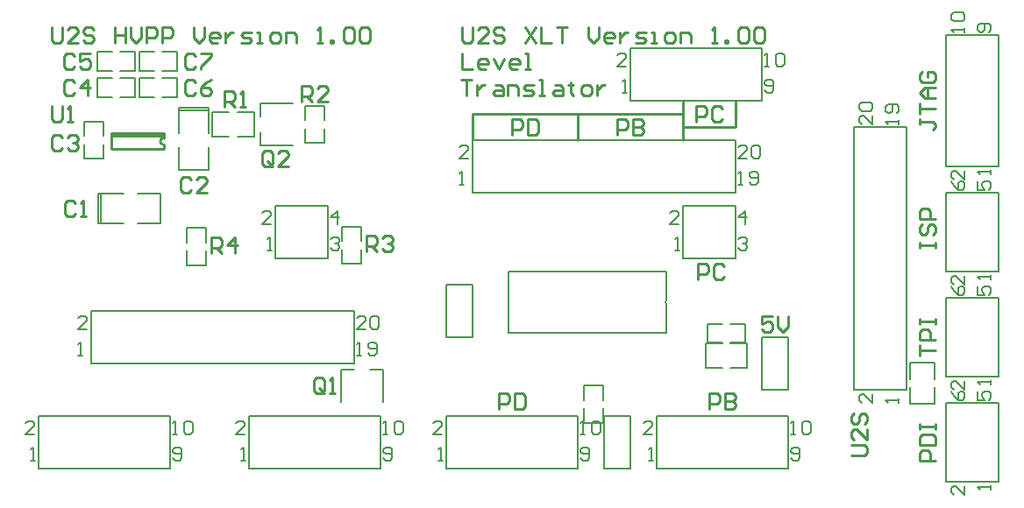
<source format=gto>
%FSLAX44Y44*%
%MOMM*%
G71*
G01*
G75*
%ADD10C,0.2540*%
%ADD11R,1.0000X1.1000*%
%ADD12R,1.3000X1.5000*%
%ADD13O,0.3500X2.2000*%
%ADD14R,1.1000X1.0000*%
%ADD15O,0.6350X2.0320*%
%ADD16R,0.6350X2.0320*%
%ADD17R,1.7000X1.8000*%
%ADD18R,1.8000X1.7000*%
%ADD19R,0.9000X0.9500*%
%ADD20R,0.9500X0.9000*%
%ADD21R,1.5000X1.3000*%
%ADD22R,0.3500X2.2000*%
%ADD23C,0.5080*%
%ADD24C,0.3810*%
%ADD25R,2.5400X4.6990*%
%ADD26R,1.5000X1.5000*%
%ADD27C,1.5000*%
%ADD28C,1.5000*%
%ADD29R,1.5240X1.5240*%
%ADD30C,1.0000*%
%ADD31C,1.0000*%
%ADD32R,0.5500X0.4860*%
%ADD33R,0.5500X0.3860*%
%ADD34R,1.2000X1.0000*%
%ADD35C,0.2000*%
%ADD36C,0.2032*%
D10*
X412750Y662305D02*
G03*
X412750Y655955I0J-3175D01*
G01*
X711200Y660400D02*
Y685800D01*
X812800D01*
Y660400D02*
Y685800D01*
X361950Y666750D02*
X412750D01*
X361950Y651510D02*
Y666750D01*
Y651510D02*
X412750D01*
Y655955D01*
Y662305D02*
Y666750D01*
X361950Y664210D02*
X412750D01*
X812800Y685800D02*
X914400D01*
Y660400D02*
Y698500D01*
X965200Y673100D02*
Y698500D01*
X914400Y673100D02*
X965200D01*
X443227Y741676D02*
X440687Y744215D01*
X435609D01*
X433070Y741676D01*
Y731519D01*
X435609Y728980D01*
X440687D01*
X443227Y731519D01*
X448305Y744215D02*
X458462D01*
Y741676D01*
X448305Y731519D01*
Y728980D01*
X443227Y716276D02*
X440687Y718815D01*
X435609D01*
X433070Y716276D01*
Y706119D01*
X435609Y703580D01*
X440687D01*
X443227Y706119D01*
X458462Y718815D02*
X453383Y716276D01*
X448305Y711198D01*
Y706119D01*
X450844Y703580D01*
X455923D01*
X458462Y706119D01*
Y708658D01*
X455923Y711198D01*
X448305D01*
X326387Y741676D02*
X323848Y744215D01*
X318769D01*
X316230Y741676D01*
Y731519D01*
X318769Y728980D01*
X323848D01*
X326387Y731519D01*
X341622Y744215D02*
X331465D01*
Y736598D01*
X336543Y739137D01*
X339083D01*
X341622Y736598D01*
Y731519D01*
X339083Y728980D01*
X334004D01*
X331465Y731519D01*
X326387Y716276D02*
X323848Y718815D01*
X318769D01*
X316230Y716276D01*
Y706119D01*
X318769Y703580D01*
X323848D01*
X326387Y706119D01*
X339083Y703580D02*
Y718815D01*
X331465Y711198D01*
X341622D01*
X518157Y637539D02*
Y647696D01*
X515617Y650235D01*
X510539D01*
X508000Y647696D01*
Y637539D01*
X510539Y635000D01*
X515617D01*
X513078Y640078D02*
X518157Y635000D01*
X515617D02*
X518157Y637539D01*
X533392Y635000D02*
X523235D01*
X533392Y645157D01*
Y647696D01*
X530853Y650235D01*
X525774D01*
X523235Y647696D01*
X608330Y552450D02*
Y567685D01*
X615947D01*
X618487Y565146D01*
Y560067D01*
X615947Y557528D01*
X608330D01*
X613408D02*
X618487Y552450D01*
X623565Y565146D02*
X626104Y567685D01*
X631183D01*
X633722Y565146D01*
Y562607D01*
X631183Y560067D01*
X628643D01*
X631183D01*
X633722Y557528D01*
Y554989D01*
X631183Y552450D01*
X626104D01*
X623565Y554989D01*
X546100Y697230D02*
Y712465D01*
X553717D01*
X556257Y709926D01*
Y704847D01*
X553717Y702308D01*
X546100D01*
X551178D02*
X556257Y697230D01*
X571492D02*
X561335D01*
X571492Y707387D01*
Y709926D01*
X568953Y712465D01*
X563874D01*
X561335Y709926D01*
X471170Y692150D02*
Y707385D01*
X478787D01*
X481327Y704846D01*
Y699768D01*
X478787Y697228D01*
X471170D01*
X476248D02*
X481327Y692150D01*
X486405D02*
X491483D01*
X488944D01*
Y707385D01*
X486405Y704846D01*
X314957Y662936D02*
X312418Y665475D01*
X307339D01*
X304800Y662936D01*
Y652779D01*
X307339Y650240D01*
X312418D01*
X314957Y652779D01*
X320035Y662936D02*
X322574Y665475D01*
X327653D01*
X330192Y662936D01*
Y660397D01*
X327653Y657858D01*
X325113D01*
X327653D01*
X330192Y655318D01*
Y652779D01*
X327653Y650240D01*
X322574D01*
X320035Y652779D01*
X439417Y622296D02*
X436878Y624835D01*
X431799D01*
X429260Y622296D01*
Y612139D01*
X431799Y609600D01*
X436878D01*
X439417Y612139D01*
X454652Y609600D02*
X444495D01*
X454652Y619757D01*
Y622296D01*
X452113Y624835D01*
X447034D01*
X444495Y622296D01*
X327657Y599436D02*
X325117Y601975D01*
X320039D01*
X317500Y599436D01*
Y589279D01*
X320039Y586740D01*
X325117D01*
X327657Y589279D01*
X332735Y586740D02*
X337813D01*
X335274D01*
Y601975D01*
X332735Y599436D01*
X304800Y693415D02*
Y680719D01*
X307339Y678180D01*
X312418D01*
X314957Y680719D01*
Y693415D01*
X320035Y678180D02*
X325113D01*
X322574D01*
Y693415D01*
X320035Y690876D01*
X458470Y551180D02*
Y566415D01*
X466087D01*
X468627Y563876D01*
Y558797D01*
X466087Y556258D01*
X458470D01*
X463548D02*
X468627Y551180D01*
X481323D02*
Y566415D01*
X473705Y558797D01*
X483862D01*
X567687Y417829D02*
Y427986D01*
X565148Y430525D01*
X560069D01*
X557530Y427986D01*
Y417829D01*
X560069Y415290D01*
X565148D01*
X562608Y420368D02*
X567687Y415290D01*
X565148D02*
X567687Y417829D01*
X572765Y415290D02*
X577843D01*
X575304D01*
Y430525D01*
X572765Y427986D01*
X1143005Y556260D02*
Y561338D01*
Y558799D01*
X1158240D01*
Y556260D01*
Y561338D01*
X1145544Y579113D02*
X1143005Y576573D01*
Y571495D01*
X1145544Y568956D01*
X1148083D01*
X1150622Y571495D01*
Y576573D01*
X1153162Y579113D01*
X1155701D01*
X1158240Y576573D01*
Y571495D01*
X1155701Y568956D01*
X1158240Y584191D02*
X1143005D01*
Y591809D01*
X1145544Y594348D01*
X1150622D01*
X1153162Y591809D01*
Y584191D01*
X1158240Y350520D02*
X1143005D01*
Y358138D01*
X1145544Y360677D01*
X1150622D01*
X1153162Y358138D01*
Y350520D01*
X1143005Y365755D02*
X1158240D01*
Y373373D01*
X1155701Y375912D01*
X1145544D01*
X1143005Y373373D01*
Y365755D01*
Y380990D02*
Y386068D01*
Y383529D01*
X1158240D01*
Y380990D01*
Y386068D01*
X1143005Y452120D02*
Y462277D01*
Y457198D01*
X1158240D01*
Y467355D02*
X1143005D01*
Y474973D01*
X1145544Y477512D01*
X1150622D01*
X1153162Y474973D01*
Y467355D01*
X1143005Y482590D02*
Y487668D01*
Y485129D01*
X1158240D01*
Y482590D01*
Y487668D01*
X1143005Y680717D02*
Y675638D01*
Y678177D01*
X1155701D01*
X1158240Y675638D01*
Y673099D01*
X1155701Y670560D01*
X1143005Y685795D02*
Y695952D01*
Y690873D01*
X1158240D01*
Y701030D02*
X1148083D01*
X1143005Y706108D01*
X1148083Y711187D01*
X1158240D01*
X1150622D01*
Y701030D01*
X1145544Y726422D02*
X1143005Y723883D01*
Y718804D01*
X1145544Y716265D01*
X1155701D01*
X1158240Y718804D01*
Y723883D01*
X1155701Y726422D01*
X1150622D01*
Y721344D01*
X1000757Y490215D02*
X990600D01*
Y482598D01*
X995678Y485137D01*
X998217D01*
X1000757Y482598D01*
Y477519D01*
X998217Y474980D01*
X993139D01*
X990600Y477519D01*
X1005835Y490215D02*
Y480058D01*
X1010913Y474980D01*
X1015992Y480058D01*
Y490215D01*
X304800Y769615D02*
Y756919D01*
X307339Y754380D01*
X312418D01*
X314957Y756919D01*
Y769615D01*
X330192Y754380D02*
X320035D01*
X330192Y764537D01*
Y767076D01*
X327653Y769615D01*
X322574D01*
X320035Y767076D01*
X345427D02*
X342888Y769615D01*
X337809D01*
X335270Y767076D01*
Y764537D01*
X337809Y761998D01*
X342888D01*
X345427Y759458D01*
Y756919D01*
X342888Y754380D01*
X337809D01*
X335270Y756919D01*
X365740Y769615D02*
Y754380D01*
Y761998D01*
X375897D01*
Y769615D01*
Y754380D01*
X380975Y769615D02*
Y759458D01*
X386054Y754380D01*
X391132Y759458D01*
Y769615D01*
X396210Y754380D02*
Y769615D01*
X403828D01*
X406367Y767076D01*
Y761998D01*
X403828Y759458D01*
X396210D01*
X411446Y754380D02*
Y769615D01*
X419063D01*
X421602Y767076D01*
Y761998D01*
X419063Y759458D01*
X411446D01*
X441916Y769615D02*
Y759458D01*
X446994Y754380D01*
X452072Y759458D01*
Y769615D01*
X464768Y754380D02*
X459690D01*
X457151Y756919D01*
Y761998D01*
X459690Y764537D01*
X464768D01*
X467307Y761998D01*
Y759458D01*
X457151D01*
X472386Y764537D02*
Y754380D01*
Y759458D01*
X474925Y761998D01*
X477464Y764537D01*
X480003D01*
X487621Y754380D02*
X495238D01*
X497778Y756919D01*
X495238Y759458D01*
X490160D01*
X487621Y761998D01*
X490160Y764537D01*
X497778D01*
X502856Y754380D02*
X507934D01*
X505395D01*
Y764537D01*
X502856D01*
X518091Y754380D02*
X523169D01*
X525709Y756919D01*
Y761998D01*
X523169Y764537D01*
X518091D01*
X515552Y761998D01*
Y756919D01*
X518091Y754380D01*
X530787D02*
Y764537D01*
X538404D01*
X540944Y761998D01*
Y754380D01*
X561257D02*
X566335D01*
X563796D01*
Y769615D01*
X561257Y767076D01*
X573953Y754380D02*
Y756919D01*
X576492D01*
Y754380D01*
X573953D01*
X586649Y767076D02*
X589188Y769615D01*
X594266D01*
X596805Y767076D01*
Y756919D01*
X594266Y754380D01*
X589188D01*
X586649Y756919D01*
Y767076D01*
X601884D02*
X604423Y769615D01*
X609501D01*
X612041Y767076D01*
Y756919D01*
X609501Y754380D01*
X604423D01*
X601884Y756919D01*
Y767076D01*
X701040Y769615D02*
Y756919D01*
X703579Y754380D01*
X708658D01*
X711197Y756919D01*
Y769615D01*
X726432Y754380D02*
X716275D01*
X726432Y764537D01*
Y767076D01*
X723893Y769615D01*
X718814D01*
X716275Y767076D01*
X741667D02*
X739128Y769615D01*
X734049D01*
X731510Y767076D01*
Y764537D01*
X734049Y761998D01*
X739128D01*
X741667Y759458D01*
Y756919D01*
X739128Y754380D01*
X734049D01*
X731510Y756919D01*
X761980Y769615D02*
X772137Y754380D01*
Y769615D02*
X761980Y754380D01*
X777215Y769615D02*
Y754380D01*
X787372D01*
X792450Y769615D02*
X802607D01*
X797529D01*
Y754380D01*
X822921Y769615D02*
Y759458D01*
X827999Y754380D01*
X833077Y759458D01*
Y769615D01*
X845773Y754380D02*
X840695D01*
X838156Y756919D01*
Y761998D01*
X840695Y764537D01*
X845773D01*
X848312Y761998D01*
Y759458D01*
X838156D01*
X853391Y764537D02*
Y754380D01*
Y759458D01*
X855930Y761998D01*
X858469Y764537D01*
X861008D01*
X868626Y754380D02*
X876243D01*
X878783Y756919D01*
X876243Y759458D01*
X871165D01*
X868626Y761998D01*
X871165Y764537D01*
X878783D01*
X883861Y754380D02*
X888939D01*
X886400D01*
Y764537D01*
X883861D01*
X899096Y754380D02*
X904174D01*
X906713Y756919D01*
Y761998D01*
X904174Y764537D01*
X899096D01*
X896557Y761998D01*
Y756919D01*
X899096Y754380D01*
X911792D02*
Y764537D01*
X919409D01*
X921948Y761998D01*
Y754380D01*
X942262D02*
X947340D01*
X944801D01*
Y769615D01*
X942262Y767076D01*
X954958Y754380D02*
Y756919D01*
X957497D01*
Y754380D01*
X954958D01*
X967654Y767076D02*
X970193Y769615D01*
X975271D01*
X977811Y767076D01*
Y756919D01*
X975271Y754380D01*
X970193D01*
X967654Y756919D01*
Y767076D01*
X982889D02*
X985428Y769615D01*
X990506D01*
X993046Y767076D01*
Y756919D01*
X990506Y754380D01*
X985428D01*
X982889Y756919D01*
Y767076D01*
X1076965Y355600D02*
X1089661D01*
X1092200Y358139D01*
Y363218D01*
X1089661Y365757D01*
X1076965D01*
X1092200Y380992D02*
Y370835D01*
X1082043Y380992D01*
X1079504D01*
X1076965Y378453D01*
Y373374D01*
X1079504Y370835D01*
Y396227D02*
X1076965Y393688D01*
Y388609D01*
X1079504Y386070D01*
X1082043D01*
X1084583Y388609D01*
Y393688D01*
X1087122Y396227D01*
X1089661D01*
X1092200Y393688D01*
Y388609D01*
X1089661Y386070D01*
X749300Y665480D02*
Y680715D01*
X756917D01*
X759457Y678176D01*
Y673098D01*
X756917Y670558D01*
X749300D01*
X764535Y680715D02*
Y665480D01*
X772153D01*
X774692Y668019D01*
Y678176D01*
X772153Y680715D01*
X764535D01*
X850900Y665480D02*
Y680715D01*
X858518D01*
X861057Y678176D01*
Y673098D01*
X858518Y670558D01*
X850900D01*
X866135Y680715D02*
Y665480D01*
X873753D01*
X876292Y668019D01*
Y670558D01*
X873753Y673098D01*
X866135D01*
X873753D01*
X876292Y675637D01*
Y678176D01*
X873753Y680715D01*
X866135D01*
X736600Y400050D02*
Y415285D01*
X744218D01*
X746757Y412746D01*
Y407668D01*
X744218Y405128D01*
X736600D01*
X751835Y415285D02*
Y400050D01*
X759453D01*
X761992Y402589D01*
Y412746D01*
X759453Y415285D01*
X751835D01*
X939800Y400050D02*
Y415285D01*
X947418D01*
X949957Y412746D01*
Y407668D01*
X947418Y405128D01*
X939800D01*
X955035Y415285D02*
Y400050D01*
X962653D01*
X965192Y402589D01*
Y405128D01*
X962653Y407668D01*
X955035D01*
X962653D01*
X965192Y410207D01*
Y412746D01*
X962653Y415285D01*
X955035D01*
X927100Y678180D02*
Y693415D01*
X934717D01*
X937257Y690876D01*
Y685798D01*
X934717Y683258D01*
X927100D01*
X952492Y690876D02*
X949953Y693415D01*
X944874D01*
X942335Y690876D01*
Y680719D01*
X944874Y678180D01*
X949953D01*
X952492Y680719D01*
X928370Y525780D02*
Y541015D01*
X935987D01*
X938527Y538476D01*
Y533397D01*
X935987Y530858D01*
X928370D01*
X953762Y538476D02*
X951223Y541015D01*
X946144D01*
X943605Y538476D01*
Y528319D01*
X946144Y525780D01*
X951223D01*
X953762Y528319D01*
X701040Y744215D02*
Y728980D01*
X711197D01*
X723893D02*
X718814D01*
X716275Y731519D01*
Y736598D01*
X718814Y739137D01*
X723893D01*
X726432Y736598D01*
Y734058D01*
X716275D01*
X731510Y739137D02*
X736589Y728980D01*
X741667Y739137D01*
X754363Y728980D02*
X749284D01*
X746745Y731519D01*
Y736598D01*
X749284Y739137D01*
X754363D01*
X756902Y736598D01*
Y734058D01*
X746745D01*
X761980Y728980D02*
X767059D01*
X764520D01*
Y744215D01*
X761980D01*
X699770Y718815D02*
X709927D01*
X704848D01*
Y703580D01*
X715005Y713737D02*
Y703580D01*
Y708658D01*
X717544Y711198D01*
X720083Y713737D01*
X722623D01*
X732779D02*
X737858D01*
X740397Y711198D01*
Y703580D01*
X732779D01*
X730240Y706119D01*
X732779Y708658D01*
X740397D01*
X745475Y703580D02*
Y713737D01*
X753093D01*
X755632Y711198D01*
Y703580D01*
X760710D02*
X768328D01*
X770867Y706119D01*
X768328Y708658D01*
X763250D01*
X760710Y711198D01*
X763250Y713737D01*
X770867D01*
X775945Y703580D02*
X781024D01*
X778484D01*
Y718815D01*
X775945D01*
X791180Y713737D02*
X796259D01*
X798798Y711198D01*
Y703580D01*
X791180D01*
X788641Y706119D01*
X791180Y708658D01*
X798798D01*
X806415Y716276D02*
Y713737D01*
X803876D01*
X808955D01*
X806415D01*
Y706119D01*
X808955Y703580D01*
X819111D02*
X824190D01*
X826729Y706119D01*
Y711198D01*
X824190Y713737D01*
X819111D01*
X816572Y711198D01*
Y706119D01*
X819111Y703580D01*
X831807Y713737D02*
Y703580D01*
Y708658D01*
X834346Y711198D01*
X836886Y713737D01*
X839425D01*
D35*
X898525Y505037D02*
G03*
X898525Y501862I0J-1587D01*
G01*
X837040Y409130D02*
Y423130D01*
X819040Y409130D02*
Y423130D01*
Y387130D02*
Y401130D01*
X837040Y387130D02*
Y401130D01*
X819040Y423130D02*
X837040D01*
X819040Y387130D02*
X837040D01*
X976310Y440620D02*
Y463620D01*
X936310Y440620D02*
Y463620D01*
X960310D02*
X976310D01*
X960310Y440620D02*
X976310D01*
X936310D02*
X952310D01*
X936310Y463620D02*
X952310D01*
X965200Y609600D02*
Y660400D01*
X711200Y609600D02*
X730250D01*
X711200D02*
Y660400D01*
X730250D01*
X965200D01*
X730250Y609600D02*
X965200D01*
X898525Y505037D02*
Y533100D01*
Y473800D02*
Y501862D01*
X746125Y473800D02*
X898525D01*
X746125D02*
Y533100D01*
X898525D01*
X914400Y596900D02*
X965200D01*
X914400Y546100D02*
Y596900D01*
X965200Y546100D02*
Y596900D01*
X914400Y546100D02*
X965200D01*
X889000Y342900D02*
X1016000D01*
X889000Y393700D02*
X1016000D01*
X889000Y342900D02*
Y393700D01*
X1016000Y342900D02*
Y393700D01*
X685800Y342900D02*
X812800D01*
X685800Y393700D02*
X812800D01*
X685800Y342900D02*
Y393700D01*
X812800Y342900D02*
Y393700D01*
X425670Y727600D02*
Y745600D01*
X389670Y727600D02*
Y745600D01*
X411670D02*
X425670D01*
X411670Y727600D02*
X425670D01*
X389670D02*
X403670D01*
X389670Y745600D02*
X403670D01*
X389670Y702200D02*
Y720200D01*
X425670Y702200D02*
Y720200D01*
X389670Y702200D02*
X403670D01*
X389670Y720200D02*
X403670D01*
X411670D02*
X425670D01*
X411670Y702200D02*
X425670D01*
X385030Y727600D02*
Y745600D01*
X349030Y727600D02*
Y745600D01*
X371030D02*
X385030D01*
X371030Y727600D02*
X385030D01*
X349030D02*
X363030D01*
X349030Y745600D02*
X363030D01*
X385030Y702200D02*
Y720200D01*
X349030Y702200D02*
Y720200D01*
X371030D02*
X385030D01*
X371030Y702200D02*
X385030D01*
X349030D02*
X363030D01*
X349030Y720200D02*
X363030D01*
X500060Y664140D02*
Y687140D01*
X460060Y664140D02*
Y687140D01*
X484060D02*
X500060D01*
X484060Y664140D02*
X500060D01*
X460060D02*
X476060D01*
X460060Y687140D02*
X476060D01*
X549800Y657640D02*
Y671640D01*
X567800Y657640D02*
Y671640D01*
Y679640D02*
Y693640D01*
X549800Y679640D02*
Y693640D01*
Y657640D02*
X567800D01*
X549800Y693640D02*
X567800D01*
X603360Y562800D02*
Y576800D01*
X585360Y562800D02*
Y576800D01*
Y540800D02*
Y554800D01*
X603360Y540800D02*
Y554800D01*
X585360Y576800D02*
X603360D01*
X585360Y540800D02*
X603360D01*
X435500Y539530D02*
Y553530D01*
X453500Y539530D02*
Y553530D01*
Y561530D02*
Y575530D01*
X435500Y561530D02*
Y575530D01*
Y539530D02*
X453500D01*
X435500Y575530D02*
X453500D01*
X388000Y608360D02*
X410000Y608360D01*
X388000Y580360D02*
X410000Y580360D01*
Y608360D01*
X350000D02*
X374000Y608360D01*
X350000Y580360D02*
X374000Y580360D01*
X350000Y580360D02*
Y608360D01*
X352000Y580360D02*
Y608360D01*
X455960Y631400D02*
X455960Y653400D01*
X427960Y631400D02*
X427960Y653400D01*
X427960Y631400D02*
X455960D01*
Y691400D02*
X455960Y667400D01*
X427960Y691400D02*
X427960Y667400D01*
X427960Y691400D02*
X455960D01*
X427960Y689400D02*
X455960D01*
X336440Y642400D02*
Y656400D01*
X354440Y642400D02*
Y656400D01*
Y664400D02*
Y678400D01*
X336440Y664400D02*
Y678400D01*
Y642400D02*
X354440D01*
X336440Y678400D02*
X354440D01*
X612520Y438910D02*
X624520D01*
Y406910D02*
Y438910D01*
X584520D02*
X596520D01*
X584520Y406910D02*
Y438910D01*
X505970Y683640D02*
Y695640D01*
X537970D01*
X505970Y655640D02*
Y667640D01*
Y655640D02*
X537970D01*
X419100Y342900D02*
Y393700D01*
X292100Y342900D02*
Y393700D01*
X419100D01*
X292100Y342900D02*
X419100D01*
X622300D02*
Y393700D01*
X495300Y342900D02*
Y393700D01*
X622300D01*
X495300Y342900D02*
X622300D01*
X361950Y444500D02*
X596900D01*
X361950Y495300D02*
X596900D01*
X342900D02*
X361950D01*
X342900Y444500D02*
Y495300D01*
Y444500D02*
X361950D01*
X596900D02*
Y495300D01*
X520700Y546100D02*
X571500D01*
Y596900D01*
X520700Y546100D02*
Y596900D01*
X571500D01*
X938310Y464710D02*
Y482710D01*
X974310Y464710D02*
Y482710D01*
X938310Y464710D02*
X952310D01*
X938310Y482710D02*
X952310D01*
X960310D02*
X974310D01*
X960310Y464710D02*
X974310D01*
X711200Y469900D02*
Y520700D01*
X685800D02*
X711200D01*
X685800Y469900D02*
Y520700D01*
Y469900D02*
X711200D01*
X1168400Y508000D02*
X1219200D01*
X1168400Y431800D02*
X1219200D01*
X1168400D02*
Y508000D01*
X1219200Y431800D02*
Y508000D01*
Y459317D02*
Y508000D01*
X1168400Y406400D02*
X1219200D01*
X1168400Y330200D02*
X1219200D01*
X1168400D02*
Y406400D01*
X1219200Y330200D02*
Y406400D01*
Y357717D02*
Y406400D01*
X1168400Y609600D02*
X1219200D01*
X1168400Y533400D02*
X1219200D01*
X1168400D02*
Y609600D01*
X1219200Y533400D02*
Y609600D01*
Y560917D02*
Y609600D01*
X1130300Y438150D02*
Y673100D01*
X1079500Y438150D02*
Y673100D01*
Y419100D02*
Y438150D01*
Y419100D02*
X1130300D01*
Y438150D01*
X1079500Y673100D02*
X1130300D01*
X1134040Y405450D02*
Y421450D01*
X1157040Y405450D02*
Y421450D01*
Y429450D02*
Y445450D01*
X1134040Y429450D02*
Y445450D01*
Y405450D02*
X1157040D01*
X1134040Y445450D02*
X1157040D01*
X1168400Y762000D02*
X1219200D01*
X1168400Y635000D02*
X1219200D01*
X1168400D02*
Y762000D01*
X1219200Y635000D02*
Y762000D01*
X990600Y419100D02*
Y469900D01*
Y419100D02*
X1016000D01*
Y469900D01*
X990600D02*
X1016000D01*
X990600Y698500D02*
Y749300D01*
X863600Y698500D02*
Y749300D01*
X990600D01*
X863600Y698500D02*
X990600D01*
X838200Y342900D02*
Y393700D01*
Y342900D02*
X863600D01*
Y393700D01*
X838200D02*
X863600D01*
D36*
X976204Y642620D02*
X967740D01*
X976204Y651084D01*
Y653200D01*
X974088Y655316D01*
X969856D01*
X967740Y653200D01*
X980436D02*
X982552Y655316D01*
X986784D01*
X988900Y653200D01*
Y644736D01*
X986784Y642620D01*
X982552D01*
X980436Y644736D01*
Y653200D01*
X967740Y617220D02*
X971972D01*
X969856D01*
Y629916D01*
X967740Y627800D01*
X978320Y619336D02*
X980436Y617220D01*
X984668D01*
X986784Y619336D01*
Y627800D01*
X984668Y629916D01*
X980436D01*
X978320Y627800D01*
Y625684D01*
X980436Y623568D01*
X986784D01*
X698500Y617220D02*
X702732D01*
X700616D01*
Y629916D01*
X698500Y627800D01*
X706964Y642620D02*
X698500D01*
X706964Y651084D01*
Y653200D01*
X704848Y655316D01*
X700616D01*
X698500Y653200D01*
X906780Y553720D02*
X911012D01*
X908896D01*
Y566416D01*
X906780Y564300D01*
X910164Y579120D02*
X901700D01*
X910164Y587584D01*
Y589700D01*
X908048Y591816D01*
X903816D01*
X901700Y589700D01*
X974088Y579120D02*
Y591816D01*
X967740Y585468D01*
X976204D01*
X967740Y564300D02*
X969856Y566416D01*
X974088D01*
X976204Y564300D01*
Y562184D01*
X974088Y560068D01*
X971972D01*
X974088D01*
X976204Y557952D01*
Y555836D01*
X974088Y553720D01*
X969856D01*
X967740Y555836D01*
X1018540Y375920D02*
X1022772D01*
X1020656D01*
Y388616D01*
X1018540Y386500D01*
X1029120D02*
X1031236Y388616D01*
X1035468D01*
X1037584Y386500D01*
Y378036D01*
X1035468Y375920D01*
X1031236D01*
X1029120Y378036D01*
Y386500D01*
X1018540Y352636D02*
X1020656Y350520D01*
X1024888D01*
X1027004Y352636D01*
Y361100D01*
X1024888Y363216D01*
X1020656D01*
X1018540Y361100D01*
Y358984D01*
X1020656Y356868D01*
X1027004D01*
X881380Y350520D02*
X885612D01*
X883496D01*
Y363216D01*
X881380Y361100D01*
X884764Y375920D02*
X876300D01*
X884764Y384384D01*
Y386500D01*
X882648Y388616D01*
X878416D01*
X876300Y386500D01*
X815340Y375920D02*
X819572D01*
X817456D01*
Y388616D01*
X815340Y386500D01*
X825920D02*
X828036Y388616D01*
X832268D01*
X834384Y386500D01*
Y378036D01*
X832268Y375920D01*
X828036D01*
X825920Y378036D01*
Y386500D01*
X815340Y352636D02*
X817456Y350520D01*
X821688D01*
X823804Y352636D01*
Y361100D01*
X821688Y363216D01*
X817456D01*
X815340Y361100D01*
Y358984D01*
X817456Y356868D01*
X823804D01*
X678180Y350520D02*
X682412D01*
X680296D01*
Y363216D01*
X678180Y361100D01*
X681564Y375920D02*
X673100D01*
X681564Y384384D01*
Y386500D01*
X679448Y388616D01*
X675216D01*
X673100Y386500D01*
X287864Y375920D02*
X279400D01*
X287864Y384384D01*
Y386500D01*
X285748Y388616D01*
X281516D01*
X279400Y386500D01*
X284480Y350520D02*
X288712D01*
X286596D01*
Y363216D01*
X284480Y361100D01*
X421640Y352636D02*
X423756Y350520D01*
X427988D01*
X430104Y352636D01*
Y361100D01*
X427988Y363216D01*
X423756D01*
X421640Y361100D01*
Y358984D01*
X423756Y356868D01*
X430104D01*
X421640Y375920D02*
X425872D01*
X423756D01*
Y388616D01*
X421640Y386500D01*
X432220D02*
X434336Y388616D01*
X438568D01*
X440684Y386500D01*
Y378036D01*
X438568Y375920D01*
X434336D01*
X432220Y378036D01*
Y386500D01*
X491064Y375920D02*
X482600D01*
X491064Y384384D01*
Y386500D01*
X488948Y388616D01*
X484716D01*
X482600Y386500D01*
X487680Y350520D02*
X491912D01*
X489796D01*
Y363216D01*
X487680Y361100D01*
X624840Y352636D02*
X626956Y350520D01*
X631188D01*
X633304Y352636D01*
Y361100D01*
X631188Y363216D01*
X626956D01*
X624840Y361100D01*
Y358984D01*
X626956Y356868D01*
X633304D01*
X624840Y375920D02*
X629072D01*
X626956D01*
Y388616D01*
X624840Y386500D01*
X635420D02*
X637536Y388616D01*
X641768D01*
X643884Y386500D01*
Y378036D01*
X641768Y375920D01*
X637536D01*
X635420Y378036D01*
Y386500D01*
X338664Y477520D02*
X330200D01*
X338664Y485984D01*
Y488100D01*
X336548Y490216D01*
X332316D01*
X330200Y488100D01*
Y452120D02*
X334432D01*
X332316D01*
Y464816D01*
X330200Y462700D01*
X599440Y452120D02*
X603672D01*
X601556D01*
Y464816D01*
X599440Y462700D01*
X610020Y454236D02*
X612136Y452120D01*
X616368D01*
X618484Y454236D01*
Y462700D01*
X616368Y464816D01*
X612136D01*
X610020Y462700D01*
Y460584D01*
X612136Y458468D01*
X618484D01*
X607904Y477520D02*
X599440D01*
X607904Y485984D01*
Y488100D01*
X605788Y490216D01*
X601556D01*
X599440Y488100D01*
X612136D02*
X614252Y490216D01*
X618484D01*
X620600Y488100D01*
Y479636D01*
X618484Y477520D01*
X614252D01*
X612136Y479636D01*
Y488100D01*
X574040Y564300D02*
X576156Y566416D01*
X580388D01*
X582504Y564300D01*
Y562184D01*
X580388Y560068D01*
X578272D01*
X580388D01*
X582504Y557952D01*
Y555836D01*
X580388Y553720D01*
X576156D01*
X574040Y555836D01*
X580388Y579120D02*
Y591816D01*
X574040Y585468D01*
X582504D01*
X516464Y579120D02*
X508000D01*
X516464Y587584D01*
Y589700D01*
X514348Y591816D01*
X510116D01*
X508000Y589700D01*
X513080Y553720D02*
X517312D01*
X515196D01*
Y566416D01*
X513080Y564300D01*
X1173484Y519004D02*
X1175600Y514772D01*
X1179832Y510540D01*
X1184064D01*
X1186180Y512656D01*
Y516888D01*
X1184064Y519004D01*
X1181948D01*
X1179832Y516888D01*
Y510540D01*
X1198884Y519004D02*
Y510540D01*
X1205232D01*
X1203116Y514772D01*
Y516888D01*
X1205232Y519004D01*
X1209464D01*
X1211580Y516888D01*
Y512656D01*
X1209464Y510540D01*
X1186180Y427564D02*
Y419100D01*
X1177716Y427564D01*
X1175600D01*
X1173484Y425448D01*
Y421216D01*
X1175600Y419100D01*
X1211580Y424180D02*
Y428412D01*
Y426296D01*
X1198884D01*
X1201000Y424180D01*
X1173484Y417404D02*
X1175600Y413172D01*
X1179832Y408940D01*
X1184064D01*
X1186180Y411056D01*
Y415288D01*
X1184064Y417404D01*
X1181948D01*
X1179832Y415288D01*
Y408940D01*
X1198884Y417404D02*
Y408940D01*
X1205232D01*
X1203116Y413172D01*
Y415288D01*
X1205232Y417404D01*
X1209464D01*
X1211580Y415288D01*
Y411056D01*
X1209464Y408940D01*
X1186180Y325964D02*
Y317500D01*
X1177716Y325964D01*
X1175600D01*
X1173484Y323848D01*
Y319616D01*
X1175600Y317500D01*
X1211580Y322580D02*
Y326812D01*
Y324696D01*
X1198884D01*
X1201000Y322580D01*
X1173484Y620604D02*
X1175600Y616372D01*
X1179832Y612140D01*
X1184064D01*
X1186180Y614256D01*
Y618488D01*
X1184064Y620604D01*
X1181948D01*
X1179832Y618488D01*
Y612140D01*
X1198884Y620604D02*
Y612140D01*
X1205232D01*
X1203116Y616372D01*
Y618488D01*
X1205232Y620604D01*
X1209464D01*
X1211580Y618488D01*
Y614256D01*
X1209464Y612140D01*
X1186180Y529164D02*
Y520700D01*
X1177716Y529164D01*
X1175600D01*
X1173484Y527048D01*
Y522816D01*
X1175600Y520700D01*
X1211580Y525780D02*
Y530012D01*
Y527896D01*
X1198884D01*
X1201000Y525780D01*
X1097280Y414864D02*
Y406400D01*
X1088816Y414864D01*
X1086700D01*
X1084584Y412748D01*
Y408516D01*
X1086700Y406400D01*
X1122680D02*
Y410632D01*
Y408516D01*
X1109984D01*
X1112100Y406400D01*
X1122680Y675640D02*
Y679872D01*
Y677756D01*
X1109984D01*
X1112100Y675640D01*
X1120564Y686220D02*
X1122680Y688336D01*
Y692568D01*
X1120564Y694684D01*
X1112100D01*
X1109984Y692568D01*
Y688336D01*
X1112100Y686220D01*
X1114216D01*
X1116332Y688336D01*
Y694684D01*
X1097280Y684104D02*
Y675640D01*
X1088816Y684104D01*
X1086700D01*
X1084584Y681988D01*
Y677756D01*
X1086700Y675640D01*
Y688336D02*
X1084584Y690452D01*
Y694684D01*
X1086700Y696800D01*
X1095164D01*
X1097280Y694684D01*
Y690452D01*
X1095164Y688336D01*
X1086700D01*
X1186180Y630764D02*
Y622300D01*
X1177716Y630764D01*
X1175600D01*
X1173484Y628648D01*
Y624416D01*
X1175600Y622300D01*
X1211580Y627380D02*
Y631612D01*
Y629496D01*
X1198884D01*
X1201000Y627380D01*
X1209464Y764540D02*
X1211580Y766656D01*
Y770888D01*
X1209464Y773004D01*
X1201000D01*
X1198884Y770888D01*
Y766656D01*
X1201000Y764540D01*
X1203116D01*
X1205232Y766656D01*
Y773004D01*
X1186180Y764540D02*
Y768772D01*
Y766656D01*
X1173484D01*
X1175600Y764540D01*
Y775120D02*
X1173484Y777236D01*
Y781468D01*
X1175600Y783584D01*
X1184064D01*
X1186180Y781468D01*
Y777236D01*
X1184064Y775120D01*
X1175600D01*
X859364Y731520D02*
X850900D01*
X859364Y739984D01*
Y742100D01*
X857248Y744216D01*
X853016D01*
X850900Y742100D01*
X855980Y706120D02*
X860212D01*
X858096D01*
Y718816D01*
X855980Y716700D01*
X993140Y708236D02*
X995256Y706120D01*
X999488D01*
X1001604Y708236D01*
Y716700D01*
X999488Y718816D01*
X995256D01*
X993140Y716700D01*
Y714584D01*
X995256Y712468D01*
X1001604D01*
X993140Y731520D02*
X997372D01*
X995256D01*
Y744216D01*
X993140Y742100D01*
X1003720D02*
X1005836Y744216D01*
X1010068D01*
X1012184Y742100D01*
Y733636D01*
X1010068Y731520D01*
X1005836D01*
X1003720Y733636D01*
Y742100D01*
M02*

</source>
